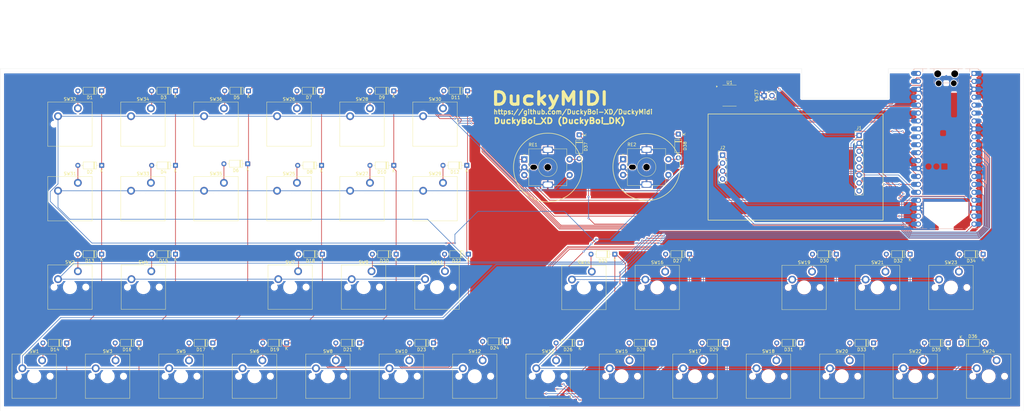
<source format=kicad_pcb>
(kicad_pcb (version 20241229) (generator "pcbnew") (generator_version "9.0")
  (layers (0 "F.Cu" signal) (2 "B.Cu" signal) (13 "F.Paste" user) (15 "B.Paste" user) (5 "F.SilkS" user "F.Silkscreen") (7 "B.SilkS" user "B.Silkscreen") (1 "F.Mask" user) (3 "B.Mask" user) (25 "Edge.Cuts" user))
  (net 0 "")
  (net 1 "CS_LCD")
  (net 2 "1B")
  (net 3 "ROW5")
  (net 4 "BCK")
  (net 5 "COL2")
  (net 6 "MISO")
  (net 7 "GND")
  (net 8 "1S1")
  (net 9 "SCK")
  (net 10 "2S1")
  (net 11 "1A")
  (net 12 "MOSI")
  (net 14 "2A")
  (net 15 "DIN")
  (net 16 "Net-(A1-RUN)")
  (net 17 "ROW4")
  (net 19 "A0")
  (net 20 "LRCK")
  (net 21 "ROW2")
  (net 22 "CS_SD")
  (net 23 "COL0")
  (net 24 "+3V3")
  (net 25 "2B")
  (net 26 "COL6")
  (net 30 "COL4")
  (net 31 "COL3")
  (net 33 "ROW3")
  (net 34 "COL1")
  (net 35 "COL5")
  (net 40 "Net-(D1-A)")
  (net 41 "Net-(D2-A)")
  (net 42 "Net-(D3-A)")
  (net 43 "Net-(D4-A)")
  (net 44 "Net-(D5-A)")
  (net 45 "Net-(D6-A)")
  (net 46 "Net-(D7-A)")
  (net 47 "Net-(D8-A)")
  (net 48 "Net-(D9-A)")
  (net 49 "Net-(D10-A)")
  (net 50 "Net-(D11-A)")
  (net 51 "Net-(D12-A)")
  (net 52 "Net-(D13-A)")
  (net 53 "Net-(D14-A)")
  (net 54 "Net-(D15-A)")
  (net 55 "Net-(D16-A)")
  (net 56 "Net-(D17-A)")
  (net 57 "Net-(D18-A)")
  (net 58 "Net-(D19-A)")
  (net 59 "Net-(D20-A)")
  (net 60 "Net-(D21-A)")
  (net 61 "Net-(D22-A)")
  (net 62 "Net-(D23-A)")
  (net 63 "Net-(D24-A)")
  (net 64 "Net-(D25-A)")
  (net 65 "Net-(D26-A)")
  (net 66 "Net-(D27-A)")
  (net 67 "Net-(D28-A)")
  (net 68 "Net-(D29-A)")
  (net 69 "Net-(D30-A)")
  (net 70 "Net-(D31-A)")
  (net 71 "Net-(D32-A)")
  (net 72 "Net-(D33-A)")
  (net 73 "Net-(D34-A)")
  (net 74 "Net-(D35-A)")
  (net 75 "Net-(D36-A)")
  (net 76 "1S2")
  (net 77 "2S2")
  (net 78 "RST")
  (footprint "ScottoKeebs_MX:MX_PCB_1.00u" (layer "F.Cu") (at 34.544 -138.176)
    (property "Reference" "SW34")
    (property "Value" "SW_Push_45deg")
  )
  (footprint "ScottoKeebs_MX:MX_PCB_1.00u" (layer "F.Cu") (at 128.016 -138.176)
    (property "Reference" "SW30")
    (property "Value" "SW_Push_45deg")
  )
  (footprint "Diode_THT:D_DO-35_SOD27_P7.62mm_Horizontal" (layer "F.Cu") (at 174.371 -68.072 180)
    (property "Reference" "D26")
    (property "Value" "1N4148")
  )
  (footprint "ScottoKeebs_MX:MX_PCB_1.00u" (layer "F.Cu") (at 117.221 -57.404)
    (property "Reference" "SW10")
    (property "Value" "SW_Push_45deg")
  )
  (footprint "ScottoKeebs_MX:MX_PCB_1.00u" (layer "F.Cu") (at 81.661 -85.964)
    (property "Reference" "SW7")
    (property "Value" "SW_Push_45deg")
  )
  (footprint "ScottoKeebs_MX:MX_PCB_1.00u" (layer "F.Cu") (at 128.651 -85.964)
    (property "Reference" "SW11")
    (property "Value" "SW_Push_45deg")
  )
  (footprint "Diode_THT:D_DO-35_SOD27_P7.62mm_Horizontal" (layer "F.Cu") (at 280.035 -96.52 180)
    (property "Reference" "D32")
    (property "Value" "1N4148")
  )
  (footprint "Connector_PinHeader_2.54mm:PinHeader_1x04_P2.54mm_Vertical" (layer "F.Cu") (at 220.024 -128.23)
    (property "Reference" "J2")
    (property "Value" "SD Card")
  )
  (footprint "Diode_THT:D_DO-35_SOD27_P7.62mm_Horizontal" (layer "F.Cu") (at 68.326 -148.844 180)
    (property "Reference" "D5")
    (property "Value" "1N4148")
  )
  (footprint "ScottoKeebs_MX:MX_PCB_1.00u" (layer "F.Cu") (at 34.671 -85.964)
    (property "Reference" "SW4")
    (property "Value" "SW_Push_45deg")
  )
  (footprint "Diode_THT:D_DO-35_SOD27_P7.62mm_Horizontal" (layer "F.Cu") (at 244.983 -68.072 180)
    (property "Reference" "D31")
    (property "Value" "1N4148")
  )
  (footprint "Diode_THT:D_DO-35_SOD27_P7.62mm_Horizontal" (layer "F.Cu") (at 44.958 -96.52 180)
    (property "Reference" "D15")
    (property "Value" "1N4148")
  )
  (footprint "ScottoKeebs_MX:MX_PCB_1.00u" (layer "F.Cu") (at 211.201 -57.404)
    (property "Reference" "SW17")
    (property "Value" "SW_Push_45deg")
  )
  (footprint "ScottoKeebs_MX:MX_PCB_1.00u" (layer "F.Cu") (at 293.111 -85.852)
    (property "Reference" "SW23")
    (property "Value" "SW_Push_45deg")
  )
  (footprint "ScottoKeebs_MX:MX_PCB_1.00u" (layer "F.Cu") (at 81.28 -114.3)
    (property "Reference" "SW25")
    (property "Value" "SW_Push_45deg")
  )
  (footprint "ScottoKeebs_MX:MX_PCB_1.00u" (layer "F.Cu") (at 93.726 -57.404)
    (property "Reference" "SW8")
    (property "Value" "SW_Push_45deg")
  )
  (footprint "Diode_THT:D_DO-35_SOD27_P7.62mm_Horizontal" (layer "F.Cu") (at 103.886 -68.072 180)
    (property "Reference" "D21")
    (property "Value" "1N4148")
  )
  (footprint "Diode_THT:D_DO-35_SOD27_P7.62mm_Horizontal" (layer "F.Cu") (at 33.274 -68.072 180)
    (property "Reference" "D16")
    (property "Value" "1N4148")
  )
  (footprint "ScottoKeebs_MX:MX_PCB_1.00u" (layer "F.Cu") (at 23.241 -57.404)
    (property "Reference" "SW3")
    (property "Value" "SW_Push_45deg")
  )
  (footprint "Diode_THT:D_DO-35_SOD27_P7.62mm_Horizontal" (layer "F.Cu") (at 303.403 -96.52 180)
    (property "Reference" "D34")
    (property "Value" "1N4148")
  )
  (footprint "Diode_THT:D_DO-35_SOD27_P7.62mm_Horizontal" (layer "F.Cu") (at 21.336 -148.844 180)
    (property "Reference" "D1")
    (property "Value" "1N4148")
  )
  (footprint "Diode_THT:D_DO-35_SOD27_P7.62mm_Horizontal" (layer "F.Cu") (at 209.423 -96.52 180)
    (property "Reference" "D27")
    (property "Value" "1N4148")
  )
  (footprint "ScottoKeebs_MX:MX_PCB_1.00u" (layer "F.Cu") (at 34.544 -114.3)
    (property "Reference" "SW33")
    (property "Value" "SW_Push_45deg")
  )
  (footprint "Diode_THT:D_DO-35_SOD27_P7.62mm_Horizontal" (layer "F.Cu") (at 138.43 -148.844 180)
    (property "Reference" "D11")
    (property "Value" "1N4148")
  )
  (footprint "ScottoKeebs_MX:MX_PCB_1.00u" (layer "F.Cu") (at 11.176 -85.964)
    (property "Reference" "SW2")
    (property "Value" "SW_Push_45deg")
  )
  (footprint "ScottoKeebs_MX:MX_PCB_1.00u" (layer "F.Cu") (at 81.28 -138.176)
    (property "Reference" "SW26")
    (property "Value" "SW_Push_45deg")
  )
  (footprint "Package_SO:TSSOP-20_4.4x6.5mm_P0.65mm" (layer "F.Cu") (at 222.25 -147.32)
    (property "Reference" "U1")
    (property "Value" "PCM5100")
  )
  (footprint "Diode_THT:D_DO-35_SOD27_P7.62mm_Horizontal" (layer "F.Cu") (at 91.694 -124.968 180)
    (property "Reference" "D8")
    (property "Value" "1N4148")
  )
  (footprint "Diode_THT:D_DO-35_SOD27_P7.62mm_Horizontal" (layer "F.Cu") (at 138.684 -96.52 180)
    (property "Reference" "D22")
    (property "Value" "1N4148")
  )
  (footprint "ScottoKeebs_MX:MX_PCB_1.00u" (layer "F.Cu") (at 164.211 -57.404)
    (property "Reference" "SW13")
    (property "Value" "SW_Push_45deg")
  )
  (footprint "Diode_THT:D_DO-35_SOD27_P7.62mm_Horizontal" (layer "F.Cu") (at 221.107 -68.072 180)
    (property "Reference" "D29")
    (property "Value" "1N4148")
  )
  (footprint "Diode_THT:D_DO-35_SOD27_P7.62mm_Horizontal" (layer "F.Cu") (at 268.351 -68.072 180)
    (property "Reference" "D33")
    (property "Value" "1N4148")
  )
  (footprint "Connector_PinHeader_2.54mm:PinHeader_1x02_P2.54mm_Vertical" (layer "F.Cu") (at 233.294 -147.32 90)
    (property "Reference" "SW37")
    (property "Value" "SW_SPST")
  )
  (footprint "Diode_THT:D_DO-35_SOD27_P7.62mm_Horizontal" (layer "F.Cu") (at 21.336 -124.968 180)
    (property "Reference" "D2")
    (property "Value" "1N4148")
  )
  (footprint "Diode_THT:D_DO-35_SOD27_P7.62mm_Horizontal" (layer "F.Cu") (at 91.44 -148.844 180)
    (property "Reference" "D7")
    (property "Value" "1N4148")
  )
  (footprint "ScottoKeebs_MX:MX_PCB_1.00u" (layer "F.Cu") (at 128.016 -114.3)
    (property "Reference" "SW29")
    (property "Value" "SW_Push_45deg")
  )
  (footprint "Connector_PinHeader_2.54mm:PinHeader_1x08_P2.54mm_Vertical" (layer "F.Cu") (at 263.712 -134.58)
    (property "Reference" "J1")
    (property "Value" "ST7735R")
  )
  (footprint "ScottoKeebs_MX:MX_PCB_1.00u" (layer "F.Cu") (at 305.181 -57.404)
    (property "Reference" "SW24")
    (property "Value" "SW_Push_45deg")
  )
  (footprint "ScottoKeebs_MX:MX_PCB_1.00u" (layer "F.Cu") (at 104.648 -138.176)
    (property "Reference" "SW28")
    (property "Value" "SW_Push_45deg")
  )
  (footprint "Diode_THT:D_DO-35_SOD27_P7.62mm_Horizontal" (layer "F.Cu") (at 296.291 -68.072)
    (property "Reference" "D36")
    (property "Value" "1N4148")
  )
  (footprint "Diode_THT:D_DO-35_SOD27_P7.62mm_Horizontal" (layer "F.Cu") (at 44.958 -148.844 180)
    (property "Reference" "D3")
    (property "Value" "1N4148")
  )
  (footprint "ScottoKeebs_MX:MX_PCB_1.00u" (layer "F.Cu") (at 11.176 -138.176)
    (property "Reference" "SW32")
    (property "Value" "SW_Push_45deg")
  )
  (footprint "Diode_THT:D_DO-35_SOD27_P7.62mm_Horizontal" (layer "F.Cu") (at 138.176 -124.968 180)
    (property "Reference" "D12")
    (property "Value" "1N4148")
  )
  (footprint "Diode_THT:D_DO-35_SOD27_P7.62mm_Horizontal" (layer "F.Cu") (at 174.132 -134.742 -90)
    (property "Reference" "D37")
    (property "Value" "1N4148")
  )
  (footprint "ScottoKeebs_MX:MX_PCB_1.00u" (layer "F.Cu") (at 258.191 -57.404)
    (property "Reference" "SW20")
    (property "Value" "SW_Push_45deg")
  )
  (footprint "Diode_THT:D_DO-35_SOD27_P7.62mm_Horizontal" (layer "F.Cu") (at 150.876 -68.58 180)
    (property "Reference" "D24")
    (property "Value" "1N4148")
  )
  (footprint "ScottoKeebs_MX:MX_PCB_1.00u" (layer "F.Cu") (at 105.156 -85.964)
    (property "Reference" "SW9")
    (property "Value" "SW_Push_45deg")
  )
  (footprint "Diode_THT:D_DO-35_SOD27_P7.62mm_Horizontal" (layer "F.Cu") (at 127.508 -68.072 180)
    (property "Reference" "D23")
    (property "Value" "1N4148")
  )
  (footprint "Diode_THT:D_DO-35_SOD27_P7.62mm_Horizontal" (layer "F.Cu") (at 256.413 -96.52 180)
    (property "Reference" "D30")
    (property "Value" "1N4148")
  )
  (footprint "ScottoKeebs_MX:MX_PCB_1.00u" (layer "F.Cu") (at 70.231 -57.404)
    (property "Reference" "SW6")
    (property "Value" "SW_Push_45deg")
  )
  (footprint "ScottoKeebs_MX:MX_PCB_1.00u" (layer "F.Cu") (at 281.686 -57.404)
    (property "Reference" "SW22")
    (property "Value" "SW_Push_45deg")
  )
  (footprint "Diode_THT:D_DO-35_SOD27_P7.62mm_Horizontal" (layer "F.Cu") (at 10.16 -68.072 180)
    (property "Reference" "D14")
    (property "Value" "1N4148")
  )
  (footprint "Diode_THT:D_DO-35_SOD27_P7.62mm_Horizontal" (layer "F.Cu") (at 205.86 -134.996 -90)
    (property "Reference" "D38")
    (property "Value" "1N4148")
  )
  (footprint "ScottoKeebs_MX:MX_PCB_1.00u" (layer "F.Cu") (at 11.176 -114.3)
    (property "Reference" "SW31")
    (property "Value" "SW_Push_45deg")
  )
  (footprint "ScottoKeebs_MX:MX_PCB_1.00u" (layer "F.Cu") (at 57.912 -138.176)
    (property "Reference" "SW36")
    (property "Value" "SW_Push_45deg")
  )
  (footprint "Diode_THT:D_DO-35_SOD27_P7.62mm_Horizontal" (layer "F.Cu") (at 21.336 -96.52 180)
    (property "Reference" "D13")
    (property "Value" "1N4148")
  )
  (footprint "ScottoKeebs_MX:MX_PCB_1.00u" (layer "F.Cu") (at 46.736 -57.404)
    (property "Reference" "SW5")
    (property "Value" "SW_Push_45deg")
  )
  (footprint "Diode_THT:D_DO-35_SOD27_P7.62mm_Horizontal" (layer "F.Cu") (at 292.227 -68.072 180)
    (property "Reference" "D35")
    (property "Value" "1N4148")
  )
  (footprint "ScottoKeebs_MX:MX_PCB_1.00u" (layer "F.Cu") (at 234.696 -57.404)
    (property "Reference" "SW18")
    (property "Value" "SW_Push_45deg")
  )
  (footprint "Diode_THT:D_DO-35_SOD27_P7.62mm_Horizontal" (layer "F.Cu") (at 44.958 -124.968 180)
    (property "Reference" "D4")
    (property "Value" "1N4148")
  )
  (footprint "Diode_THT:D_DO-35_SOD27_P7.62mm_Horizontal" (layer "F.Cu") (at 185.547 -96.52 180)
    (property "Reference" "D25")
    (property "Value" "1N4148")
  )
  (footprint "Diode_THT:D_DO-35_SOD27_P7.62mm_Horizontal" (layer "F.Cu") (at 91.948 -96.52 180)
    (property "Reference" "D18")
    (property "Value" "1N4148")
  )
  (footprint "ScottoKeebs_MX:MX_PCB_1.00u" (layer "F.Cu") (at 104.648 -114.3)
    (property "Reference" "SW27")
    (property "Value" "SW_Push_45deg")
  )
  (footprint "Rotary_Encoder:RotaryEncoder_Alps_EC11E-Switch_Vertical_H20mm_MountingHoles" (layer "F.Cu") (at 156.584 -126.868)
    (property "Reference" "RE1")
    (property "Value" "RotaryEncoder_Switch_MP")
  )
  (footprint "Diode_THT:D_DO-35_SOD27_P7.62mm_Horizontal" (layer "F.Cu") (at 56.896 -68.072 180)
    (property "Reference" "D17")
    (property "Value" "1N4148")
  )
  (footprint "Diode_THT:D_DO-35_SOD27_P7.62mm_Horizontal" (layer "F.Cu") (at 115.57 -96.52 180)
    (property "Reference" "D20")
    (property "Value" "1N4148")
  )
  (footprint "ScottoKeebs_MX:MX_PCB_1.00u" (layer "F.Cu") (at 187.706 -57.404)
    (property "Reference" "SW15")
    (property "Value" "SW_Push_45deg")
  )
  (footprint "ScottoKeebs_MX:MX_PCB_1.00u" (layer "F.Cu") (at 140.716 -57.404)
    (property "Reference" "SW12")
    (property "Value" "SW_Push_45deg")
  )
  (footprint "ScottoKeebs_MX:MX_PCB_1.00u" (layer "F.Cu") (at 175.636 -85.852)
    (property "Reference" "SW14")
    (property "Value" "SW_Push_45deg")
  )
  (footprint "Diode_THT:D_DO-35_SOD27_P7.62mm_Horizontal" (layer "F.Cu") (at 197.739 -68.072 180)
    (property "Reference" "D28")
    (property "Value" "1N4148")
  )
  (footprint "ScottoKeebs_MX:MX_PCB_1.00u" (layer "F.Cu") (at 57.912 -114.3)
    (property "Reference" "SW35")
    (property "Value" "SW_Push_45deg")
  )
  (footprint "ScottoKeebs_MX:MX_PCB_1.00u" (layer "F.Cu") (at -0.254 -57.404)
    (property "Reference" "SW1")
    (property "Value" "SW_Push_45deg")
  )
  (footprint "Rotary_Encoder:RotaryEncoder_Alps_EC11E-Switch_Vertical_H20mm_MountingHoles" (layer "F.Cu") (at 188.192 -126.92)
    (property "Reference" "RE2")
    (property "Value" "RotaryEncoder_Switch_MP")
  )
  (footprint "Diode_THT:D_DO-35_SOD27_P7.62mm_Horizontal" (layer "F.Cu") (at 80.518 -68.072 180)
    (property "Reference" "D19")
    (property "Value" "1N4148")
  )
  (footprint "ScottoKeebs_MX:MX_PCB_1.00u" (layer "F.Cu") (at 199.131 -85.852)
    (property "Reference" "SW16")
    (property "Value" "SW_Push_45deg")
  )
  (footprint "Diode_THT:D_DO-35_SOD27_P7.62mm_Horizontal" (layer "F.Cu") (at 114.808 -124.968 180)
    (property "Reference" "D10")
    (property "Value" "1N4148")
  )
  (footprint "Diode_THT:D_DO-35_SOD27_P7.62mm_Horizontal" (layer "F.Cu") (at 114.808 -148.844 180)
    (property "Reference" "D9")
    (property "Value" "1N4148")
  )
  (footprint "ScottoKeebs_MX:MX_PCB_1.00u" (layer "F.Cu") (at 246.121 -85.852)
    (property "Reference" "SW19")
    (property "Value" "SW_Push_45deg")
  )
  (footprint "Diode_THT:D_DO-35_SOD27_P7.62mm_Horizontal" (layer "F.Cu") (at 68.072 -125.476 180)
    (property "Reference" "D6")
    (property "Value" "1N4148")
  )
  (footprint "ScottoKeebs_MX:MX_PCB_1.00u" (layer "F.Cu") (at 269.616 -85.852)
    (property "Reference" "SW21")
    (property "Value" "SW_Push_45deg")
  )
  (footprint "Module:RaspberryPi_Pico_Common_Unspecified" (layer "B.Cu") (at 291.592 -130.302 180)
    (property "Reference" "A1")
    (property "Value" "Orpheus_Pico")
  )
  (gr_rect (start 215.392 -141.42) (end 271.392 -107.42) (stroke (width 0.2)) (fill no) (layer "F.SilkS"))
  (gr_circle (center 164.12188 -124.284) (end 175.12188 -124.284) (stroke (width 0.2)) (fill no) (layer "F.SilkS"))
  (gr_circle (center 195.692 -124.42) (end 206.43388 -124.792) (stroke (width 0.2)) (fill no) (layer "F.SilkS"))
  (gr_poly (pts (xy 316.484 -155.956) (xy 273.05 -155.956) (xy 273.05 -146.431) (xy 245.364 -146.431) (xy 245.364 -155.956) (xy -11.176 -155.956) (xy -11.176 -46.228) (xy 316.484 -46.228)) (stroke (width 0.05)) (fill no) (layer "Edge.Cuts"))
  (gr_text "DuckyMIDI" (at 145.542 -144.018 0) (layer "F.SilkS") (effects (font (size 4 5) (thickness 1) (bold yes)) (justify left bottom)))
  (gr_text "https://github.com/DuckyBoi-XD/DuckyMidi" (at 146.558 -141.224 0) (layer "F.SilkS") (effects (font (size 1.5 1.5) (thickness 0.3) (bold yes)) (justify left bottom)))
  (gr_text "DuckyBoi_XD (DuckyBoi_DK)" (at 146.558 -138.176 0) (layer "F.SilkS") (effects (font (size 1.8 2) (thickness 0.45) (bold yes)) (justify left bottom)))
  (segment (start 263.712 -129.5) (end 264.2 -129.5) (width 0.2) (layer "F.Cu") (net 1))
  (segment (start 277.368 -106.934) (end 280.67 -103.632) (width 0.2) (layer "F.Cu") (net 1))
  (segment (start 276.533185 -114.481185) (end 277.368 -113.64637) (width 0.2) (layer "F.Cu") (net 1))
  (segment (start 264.2 -129.5) (end 277.876 -115.824) (width 0.2) (layer "F.Cu") (net 1))
  (segment (start 280.67 -103.632) (end 297.942 -103.632) (width 0.2) (layer "F.Cu") (net 1))
  (segment (start 297.942 -103.632) (end 300.482 -106.172) (width 0.2) (layer "F.Cu") (net 1))
  (segment (start 277.368 -113.64637) (end 277.368 -106.934) (width 0.2) (layer "F.Cu") (net 1))
  (via (at 277.876 -115.824) (size 0.6) (drill 0.3) (layers "F.Cu" "B.Cu") (net 1))
  (via (at 276.533185 -114.481185) (size 0.6) (drill 0.3) (layers "F.Cu" "B.Cu") (net 1))
  (segment (start 276.533185 -114.481185) (end 277.876 -115.824) (width 0.2) (layer "B.Cu") (net 1))
  (segment (start 282.702 -118.872) (end 276.606 -118.872) (width 0.2) (layer "F.Cu") (net 2))
  (segment (start 156.584 -121.868) (end 164.66 -113.792) (width 0.2) (layer "F.Cu") (net 2))
  (segment (start 266.7 -113.792) (end 271.78 -118.872) (width 0.2) (layer "F.Cu") (net 2))
  (segment (start 164.66 -113.792) (end 266.7 -113.792) (width 0.2) (layer "F.Cu") (net 2))
  (via (at 271.78 -118.872) (size 0.6) (drill 0.3) (layers "F.Cu" "B.Cu") (net 2))
  (via (at 276.606 -118.872) (size 0.6) (drill 0.3) (layers "F.Cu" "B.Cu") (net 2))
  (segment (start 276.606 -118.872) (end 271.78 -118.872) (width 0.2) (layer "B.Cu") (net 2))
  (segment (start 187.198 -90.678) (end 187.198 -86.868) (width 0.2) (layer "F.Cu") (net 3))
  (via (at 187.198 -86.868) (size 0.6) (drill 0.3) (layers "F.Cu" "B.Cu") (net 3))
  (via (at 187.198 -90.678) (size 0.6) (drill 0.3) (layers "F.Cu" "B.Cu") (net 3))
  (segment (start 187.198 -86.868) (end 160.274 -59.944) (width 0.2) (layer "B.Cu") (net 3))
  (segment (start 301.752 -59.944) (end 183.896 -59.944) (width 0.2) (layer "B.Cu") (net 3))
  (segment (start 302.514 -116.332) (end 301.282 -116.332) (width 0.2) (layer "B.Cu") (net 3))
  (segment (start 183.896 -59.944) (end 160.401 -59.944) (width 0.2) (layer "B.Cu") (net 3))
  (segment (start 187.198 -90.678) (end 200.152 -103.632) (width 0.2) (layer "B.Cu") (net 3))
  (segment (start 184.277 -59.944) (end 184.785 -60.452) (width 0.2) (layer "B.Cu") (net 3))
  (segment (start 303.53 -115.316) (end 302.514 -116.332) (width 0.2) (layer "B.Cu") (net 3))
  (segment (start 303.53 -105.156) (end 303.53 -115.316) (width 0.2) (layer "B.Cu") (net 3))
  (segment (start 200.152 -103.632) (end 302.006 -103.632) (width 0.2) (layer "B.Cu") (net 3))
  (segment (start 302.006 -103.632) (end 303.53 -105.156) (width 0.2) (layer "B.Cu") (net 3))
  (segment (start 280.416 -131.572) (end 273.197 -138.791) (width 0.2) (layer "F.Cu") (net 4))
  (segment (start 238.018 -138.791) (end 231.114 -145.695) (width 0.2) (layer "F.Cu") (net 4))
  (segment (start 273.197 -138.791) (end 238.018 -138.791) (width 0.2) (layer "F.Cu") (net 4))
  (segment (start 282.702 -131.572) (end 280.416 -131.572) (width 0.2) (layer "F.Cu") (net 4))
  (segment (start 231.114 -145.695) (end 225.1125 -145.695) (width 0.2) (layer "F.Cu") (net 4))
  (segment (start 99.171375 -59.996275) (end 105.82765 -53.34) (width 0.2) (layer "F.Cu") (net 5))
  (segment (start 279.8395 -101.627) (end 301.9563 -101.627) (width 0.2) (layer "F.Cu") (net 5))
  (segment (start 119.38 -151.277) (end 70.759 -151.277) (width 0.2) (layer "F.Cu") (net 5))
  (segment (start 129.54 -141.117) (end 119.38 -151.277) (width 0.2) (layer "F.Cu") (net 5))
  (segment (start 143.069 -135.7048) (end 143.069 -129.2957) (width 0.2) (layer "F.Cu") (net 5))
  (segment (start 77.53084 -69.173) (end 79.73284 -66.971) (width 0.2) (layer "F.Cu") (net 5))
  (segment (start 301.752 -146.812) (end 300.482 -146.812) (width 0.2) (layer "F.Cu") (net 5))
  (segment (start 57.997 -69.173) (end 77.53084 -69.173) (width 0.2) (layer "F.Cu") (net 5))
  (segment (start 305.388 -105.0587) (end 305.388 -143.176) (width 0.2) (layer "F.Cu") (net 5))
  (segment (start 79.73284 -66.971) (end 86.8939 -66.971) (width 0.2) (layer "F.Cu") (net 5))
  (segment (start 136.398 -139.158064) (end 136.398 -139.7) (width 0.2) (layer "F.Cu") (net 5))
  (segment (start 56.896 -68.072) (end 57.997 -69.173) (width 0.2) (layer "F.Cu") (net 5))
  (segment (start 215.9 -50.8) (end 221.488 -56.388) (width 0.2) (layer "F.Cu") (net 5))
  (segment (start 68.072 -125.476) (end 68.072 -79.248) (width 0.2) (layer "F.Cu") (net 5))
  (segment (start 221.488 -56.388) (end 221.488 -68.072) (width 0.2) (layer "F.Cu") (net 5))
  (segment (start 140.3438 -138.43) (end 143.069 -135.7048) (width 0.2) (layer "F.Cu") (net 5))
  (segment (start 301.9563 -101.627) (end 305.388 -105.0587) (width 0.2) (layer "F.Cu") (net 5))
  (segment (start 172.212 -50.8) (end 215.9 -50.8) (width 0.2) (layer "F.Cu") (net 5))
  (segment (start 70.759 -151.277) (end 68.326 -148.844) (width 0.2) (layer "F.Cu") (net 5))
  (segment (start 68.072 -79.248) (end 56.896 -68.072) (width 0.2) (layer "F.Cu") (net 5))
  (segment (start 136.398 -139.7) (end 134.981 -141.117) (width 0.2) (layer "F.Cu") (net 5))
  (segment (start 139.7 -138.43) (end 140.3438 -138.43) (width 0.2) (layer "F.Cu") (net 5))
  (segment (start 93.868625 -59.996275) (end 99.171375 -59.996275) (width 0.2) (layer "F.Cu") (net 5))
  (segment (start 143.069 -129.2957) (end 167.7967 -104.568) (width 0.2) (layer "F.Cu") (net 5))
  (segment (start 134.981 -141.117) (end 129.54 -141.117) (width 0.2) (layer "F.Cu") (net 5))
  (segment (start 167.7967 -104.568) (end 276.8985 -104.568) (width 0.2) (layer "F.Cu") (net 5))
  (segment (start 135.696233 -138.456297) (end 136.398 -139.158064) (width 0.2) (layer "F.Cu") (net 5))
  (segment (start 105.82765 -53.34) (end 167.132 -53.34) (width 0.2) (layer "F.Cu") (net 5))
  (segment (start 68.326 -148.844) (end 68.326 -125.73) (width 0.2) (layer "F.Cu") (net 5))
  (segment (start 68.326 -125.73) (end 68.072 -125.476) (width 0.2) (layer "F.Cu") (net 5))
  (segment (start 305.388 -143.176) (end 301.752 -146.812) (width 0.2) (layer "F.Cu") (net 5))
  (segment (start 276.8985 -104.568) (end 279.8395 -101.627) (width 0.2) (layer "F.Cu") (net 5))
  (segment (start 86.8939 -66.971) (end 93.868625 -59.996275) (width 0.2) (layer "F.Cu") (net 5))
  (via (at 135.696233 -138.456297) (size 0.6) (drill 0.3) (layers "F.Cu" "B.Cu") (net 5))
  (via (at 167.132 -53.34) (size 0.6) (drill 0.3) (layers "F.Cu" "B.Cu") (net 5))
  (via (at 139.7 -138.43) (size 0.6) (drill 0.3) (layers "F.Cu" "B.Cu") (net 5))
  (via (at 172.212 -50.8) (size 0.6) (drill 0.3) (layers "F.Cu" "B.Cu") (net 5))
  (segment (start 167.132 -53.34) (end 169.672 -53.34) (width 0.2) (layer "B.Cu") (net 5))
  (segment (start 139.673703 -138.456297) (end 139.7 -138.43) (width 0.2) (layer "B.Cu") (net 5))
  (segment (start 169.672 -53.34) (end 172.212 -50.8) (width 0.2) (layer "B.Cu") (net 5))
  (segment (start 135.696233 -138.456297) (end 139.673703 -138.456297) (width 0.2) (layer "B.Cu") (net 5))
  (segment (start 220.024 -125.69) (end 217.678 -123.344) (width 0.2) (layer "B.Cu") (net 6))
  (segment (start 217.678 -123.344) (end 217.678 -118.618) (width 0.2) (layer "B.Cu") (net 6))
  (segment (start 217.678 -118.618) (end 230.124 -106.172) (width 0.2) (layer "B.Cu") (net 6))
  (segment (start 230.124 -106.172) (end 281.902 -106.172) (width 0.2) (layer "B.Cu") (net 6))
  (segment (start 233.294 -147.32) (end 231.019 -149.595) (width 0.2) (layer "F.Cu") (net 7))
  (segment (start 220.426 -145.12813) (end 220.34287 -145.045) (width 0.2) (layer "F.Cu") (net 7))
  (segment (start 220.426 -148.643999) (end 220.426 -145.12813) (width 0.2) (layer "F.Cu") (net 7))
  (segment (start 220.124999 -148.945) (end 220.426 -148.643999) (width 0.2) (layer "F.Cu") (net 7))
  (segment (start 220.69487 -149.595) (end 220.04487 -148.945) (width 0.2) (layer "F.Cu") (net 7))
  (segment (start 220.04487 -148.945) (end 219.3875 -148.945) (width 0.2) (layer "F.Cu") (net 7))
  (segment (start 219.3875 -148.945) (end 220.124999 -148.945) (width 0.2) (layer "F.Cu") (net 7))
  (segment (start 225.1125 -149.595) (end 220.69487 -149.595) (width 0.2) (layer "F.Cu") (net 7))
  (segment (start 231.019 -149.595) (end 225.1125 -149.595) (width 0.2) (layer "F.Cu") (net 7))
  (segment (start 220.34287 -145.045) (end 219.3875 -145.045) (width 0.2) (layer "F.Cu") (net 7))
  (via (at 155.194 -123.19) (size 0.6) (drill 0.3) (layers "F.Cu" "B.Cu") (net 7))
  (segment (start 195.974 -130.302) (end 195.692 -130.02) (width 0.2) (layer "B.Cu") (net 7))
  (segment (start 131.572 -100.076) (end 134.366 -100.076) (width 0.2) (layer "F.Cu") (net 8))
  (segment (start 192.532 -100.076) (end 199.39 -100.076) (width 0.2) (layer "F.Cu") (net 8))
  (via (at 199.39 -100.076) (size 0.6) (drill 0.3) (layers "F.Cu" "B.Cu") (net 8))
  (via (at 192.532 -100.076) (size 0.6) (drill 0.3) (layers "F.Cu" "B.Cu") (net 8))
  (via (at 131.572 -100.076) (size 0.6) (drill 0.3) (layers "F.Cu" "B.Cu") (net 8))
  (via (at 134.366 -100.076) (size 0.6) (drill 0.3) (layers "F.Cu" "B.Cu") (net 8))
  (segment (start 302.8365 -101.627) (end 202.417143 -101.627) (width 0.2) (layer "B.Cu") (net 8))
  (segment (start 200.866143 -100.076) (end 199.39 -100.076) (width 0.2) (layer "B.Cu") (net 8))
  (segment (start 134.366 -102.87) (end 141.732 -110.236) (width 0.2) (layer "B.Cu") (net 8))
  (segment (start 305.535 -104.3255) (end 302.8365 -101.627) (width 0.2) (layer "B.Cu") (net 8))
  (segment (start 179.578 -100.076) (end 192.532 -100.076) (width 0.2) (layer "B.Cu") (net 8))
  (segment (start 54.102 -140.716) (end 77.47 -140.716) (width 0.2) (layer "B.Cu") (net 8))
  (segment (start 171.084 -121.868) (end 166.564 -117.348) (width 0.2) (layer "B.Cu") (net 8))
  (segment (start 4.87 -116.537446) (end 4.87 -113.4349) (width 0.2) (layer "B.Cu") (net 8))
  (segment (start 202.417143 -101.627) (end 200.866143 -100.076) (width 0.2) (layer "B.Cu") (net 8))
  (segment (start 100.838 -140.716) (end 124.206 -140.716) (width 0.2) (layer "B.Cu") (net 8))
  (segment (start 30.734 -140.716) (end 54.102 -140.716) (width 0.2) (layer "B.Cu") (net 8))
  (segment (start 169.418 -110.236) (end 179.578 -100.076) (width 0.2) (layer "B.Cu") (net 8))
  (segment (start 132.588 -140.716) (end 124.206 -140.716) (width 0.2) (layer "B.Cu") (net 8))
  (segment (start 77.47 -140.716) (end 100.838 -140.716) (width 0.2) (layer "B.Cu") (net 8))
  (segment (start 166.564 -117.348) (end 155.956 -117.348) (width 0.2) (layer "B.Cu") (net 8))
  (segment (start 7.366 -140.716) (end 7.366 -119.033446) (width 0.2) (layer "B.Cu") (net 8))
  (segment (start 7.366 -119.033446) (end 4.87 -116.537446) (width 0.2) (layer "B.Cu") (net 8))
  (segment (start 134.366 -100.076) (end 134.366 -102.87) (width 0.2) (layer "B.Cu") (net 8))
  (segment (start 155.956 -117.348) (end 132.588 -140.716) (width 0.2) (layer "B.Cu") (net 8))
  (segment (start 141.732 -110.236) (end 169.418 -110.236) (width 0.2) (layer "B.Cu") (net 8))
  (segment (start 4.87 -113.4349) (end 18.2289 -100.076) (width 0.2) (layer "B.Cu") (net 8))
  (segment (start 7.366 -140.716) (end 30.734 -140.716) (width 0.2) (layer "B.Cu") (net 8))
  (segment (start 305.535 -127.319) (end 305.535 -104.3255) (width 0.2) (layer "B.Cu") (net 8))
  (segment (start 18.2289 -100.076) (end 131.572 -100.076) (width 0.2) (layer "B.Cu") (net 8))
  (segment (start 301.282 -131.572) (end 305.535 -127.319) (width 0.2) (layer "B.Cu") (net 8))
  (segment (start 225.223 -123.031) (end 264.573 -123.031) (width 0.2) (layer "F.Cu") (net 9))
  (segment (start 220.024 -128.23) (end 225.223 -123.031) (width 0.2) (layer "F.Cu") (net 9))
  (segment (start 263.712 -119.34) (end 264.562 -120.19) (width 0.2) (layer "F.Cu") (net 9))
  (segment (start 264.573 -123.031) (end 265.43 -122.174) (width 0.2) (layer "F.Cu") (net 9))
  (segment (start 264.374 -119.34) (end 263.712 -119.34) (width 0.2) (layer "F.Cu") (net 9))
  (segment (start 265.43 -122.174) (end 265.43 -120.396) (width 0.2) (layer "F.Cu") (net 9))
  (segment (start 271.6729 -120.19) (end 278.0709 -113.792) (width 0.2) (layer "F.Cu") (net 9))
  (segment (start 278.0709 -113.792) (end 282.702 -113.792) (width 0.2) (layer "F.Cu") (net 9))
  (segment (start 264.562 -120.19) (end 271.6729 -120.19) (width 0.2) (layer "F.Cu") (net 9))
  (segment (start 265.43 -120.396) (end 264.374 -119.34) (width 0.2) (layer "F.Cu") (net 9))
  (segment (start 194.266735 -100.881265) (end 194.31 -100.838) (width 0.2) (layer "F.Cu") (net 10))
  (segment (start 194.31 -100.838) (end 200.152 -100.838) (width 0.2) (layer "F.Cu") (net 10))
  (via (at 200.152 -100.838) (size 0.6) (drill 0.3) (layers "F.Cu" "B.Cu") (net 10))
  (via (at 194.266735 -100.881265) (size 0.6) (drill 0.3) (layers "F.Cu" "B.Cu") (net 10))
  (segment (start 30.734 -116.84) (end 54.102 -116.84) (width 0.2) (layer "B.Cu") (net 10))
  (segment (start 305.134 -125.51137) (end 305.134 -104.4916) (width 0.2) (layer "B.Cu") (net 10))
  (segment (start 125.62184 -107.696) (end 11.176 -107.696) (width 0.2) (layer "B.Cu") (net 10))
  (segment (start 201.061043 -100.838) (end 200.152 -100.838) (width 0.2) (layer "B.Cu") (net 10))
  (segment (start 194.266735 -100.881265) (end 194.266735 -100.794735) (width 0.2) (layer "B.Cu") (net 10))
  (segment (start 7.366 -111.506) (end 7.366 -116.84) (width 0.2) (layer "B.Cu") (net 10))
  (segment (start 194.266735 -100.794735) (end 187.492 -94.02) (width 0.2) (layer "B.Cu") (net 10))
  (segment (start 54.102 -116.84) (end 77.47 -116.84) (width 0.2) (layer "B.Cu") (net 10))
  (segment (start 202.692 -120.65) (end 202.692 -121.92) (width 0.2) (layer "B.Cu") (net 10))
  (segment (start 198.882 -116.84) (end 202.692 -120.65) (width 0.2) (layer "B.Cu") (net 10))
  (segment (start 7.366 -116.84) (end 30.734 -116.84) (width 0.2) (layer "B.Cu") (net 10))
  (segment (start 302.6704 -102.028) (end 202.251043 -102.028) (width 0.2) (layer "B.Cu") (net 10))
  (segment (start 77.47 -116.84) (end 100.838 -116.84) (width 0.2) (layer "B.Cu") (net 10))
  (segment (start 202.251043 -102.028) (end 201.061043 -100.838) (width 0.2) (layer "B.Cu") (net 10))
  (segment (start 305.134 -104.4916) (end 302.6704 -102.028) (width 0.2) (layer "B.Cu") (net 10))
  (segment (start 187.492 -94.02) (end 139.29784 -94.02) (width 0.2) (layer "B.Cu") (net 10))
  (segment (start 11.176 -107.696) (end 7.366 -111.506) (width 0.2) (layer "B.Cu") (net 10))
  (segment (start 124.206 -116.84) (end 198.882 -116.84) (width 0.2) (layer "B.Cu") (net 10))
  (segment (start 301.61337 -129.032) (end 305.134 -125.51137) (width 0.2) (layer "B.Cu") (net 10))
  (segment (start 100.838 -116.84) (end 124.206 -116.84) (width 0.2) (layer "B.Cu") (net 10))
  (segment (start 139.29784 -94.02) (end 125.62184 -107.696) (width 0.2) (layer "B.Cu") (net 10))
  (segment (start 153.162 -121.666) (end 153.162 -125.476) (width 0.2) (layer "F.Cu") (net 11))
  (segment (start 154.554 -126.868) (end 156.584 -126.868) (width 0.2) (layer "F.Cu") (net 11))
  (segment (start 153.162 -125.476) (end 154.554 -126.868) (width 0.2) (layer "F.Cu") (net 11))
  (segment (start 276.606 -108.712) (end 166.116 -108.712) (width 0.2) (layer "F.Cu") (net 11))
  (segment (start 166.116 -108.712) (end 153.162 -121.666) (width 0.2) (layer "F.Cu") (net 11))
  (via (at 276.606 -108.712) (size 0.6) (drill 0.3) (layers "F.Cu" "B.Cu") (net 11))
  (segment (start 282.702 -108.712) (end 276.606 -108.712) (width 0.2) (layer "B.Cu") (net 11))
  (segment (start 263.712 -121.88) (end 263.164 -122.428) (width 0.2) (layer "F.Cu") (net 12))
  (segment (start 263.164 -122.428) (end 220.746 -122.428) (width 0.2) (layer "F.Cu") (net 12))
  (segment (start 220.746 -122.428) (end 220.024 -123.15) (width 0.2) (layer "F.Cu") (net 12))
  (segment (start 263.712 -121.88) (end 276.354 -121.88) (width 0.2) (layer "B.Cu") (net 12))
  (segment (start 276.354 -121.88) (end 281.902 -116.332) (width 0.2) (layer "B.Cu") (net 12))
  (segment (start 282.702 -121.412) (end 273.463 -130.651) (width 0.2) (layer "F.Cu") (net 14))
  (segment (start 185.674 -120.142) (end 185.674 -124.402) (width 0.2) (layer "F.Cu") (net 14))
  (segment (start 214.217 -130.651) (end 200.406 -116.84) (width 0.2) (layer "F.Cu") (net 14))
  (segment (start 187.96 -127.152) (end 188.192 -126.92) (width 0.2) (layer "F.Cu") (net 14))
  (segment (start 188.976 -116.84) (end 185.674 -120.142) (width 0.2) (layer "F.Cu") (net 14))
  (segment (start 185.674 -124.402) (end 188.192 -126.92) (width 0.2) (layer "F.Cu") (net 14))
  (segment (start 200.406 -116.84) (end 188.976 -116.84) (width 0.2) (layer "F.Cu") (net 14))
  (segment (start 273.463 -130.651) (end 214.217 -130.651) (width 0.2) (layer "F.Cu") (net 14))
  (segment (start 238.1841 -139.192) (end 231.2801 -146.096) (width 0.2) (layer "F.Cu") (net 15))
  (segment (start 227.289 -146.345) (end 225.1125 -146.345) (width 0.2) (layer "F.Cu") (net 15))
  (segment (start 227.538 -146.096) (end 227.289 -146.345) (width 0.2) (layer "F.Cu") (net 15))
  (segment (start 231.2801 -146.096) (end 227.538 -146.096) (width 0.2) (layer "F.Cu") (net 15))
  (segment (start 282.702 -139.192) (end 238.1841 -139.192) (width 0.2) (layer "F.Cu") (net 15))
  (segment (start 286.004 -141.224) (end 284.057 -143.171) (width 0.2) (layer "F.Cu") (net 16))
  (segment (start 282.702 -129.032) (end 283.464 -129.032) (width 0.2) (layer "F.Cu") (net 16))
  (segment (start 283.464 -129.032) (end 286.004 -131.572) (width 0.2) (layer "F.Cu") (net 16))
  (segment (start 286.004 -131.572) (end 286.004 -141.224) (width 0.2) (layer "F.Cu") (net 16))
  (segment (start 239.983 -143.171) (end 235.834 -147.32) (width 0.2) (layer "F.Cu") (net 16))
  (segment (start 284.057 -143.171) (end 239.983 -143.171) (width 0.2) (layer "F.Cu") (net 16))
  (segment (start 303.931 -104.9899) (end 302.1721 -103.231) (width 0.2) (layer "B.Cu") (net 17))
  (segment (start 301.282 -118.872) (end 302.768 -118.872) (width 0.2) (layer "B.Cu") (net 17))
  (segment (start 303.931 -117.709) (end 303.931 -104.9899) (width 0.2) (layer "B.Cu") (net 17))
  (segment (start 200.767 -103.231) (end 186.917 -89.381) (width 0.2) (layer "B.Cu") (net 17))
  (segment (start 302.1721 -103.231) (end 200.767 -103.231) (width 0.2) (layer "B.Cu") (net 17))
  (segment (start 195.321 -88.392) (end 171.826 -88.392) (width 0.2) (layer "B.Cu") (net 17))
  (segment (start 302.768 -118.872) (end 303.931 -117.709) (width 0.2) (layer "B.Cu") (net 17))
  (segment (start 172.815 -89.381) (end 171.826 -88.392) (width 0.2) (layer "B.Cu") (net 17))
  (segment (start 265.806 -88.392) (end 242.311 -88.392) (width 0.2) (layer "B.Cu") (net 17))
  (segment (start 289.179 -88.519) (end 289.052 -88.392) (width 0.2) (layer "B.Cu") (net 17))
  (segment (start 186.917 -89.381) (end 172.815 -89.381) (width 0.2) (layer "B.Cu") (net 17))
  (segment (start 242.311 -88.392) (end 195.321 -88.392) (width 0.2) (layer "B.Cu") (net 17))
  (segment (start 289.052 -88.392) (end 265.806 -88.392) (width 0.2) (layer "B.Cu") (net 17))
  (segment (start 289.301 -88.392) (end 289.301 -88.397) (width 0.2) (layer "B.Cu") (net 17))
  (segment (start 289.301 -88.397) (end 289.179 -88.519) (width 0.2) (layer "B.Cu") (net 17))
  (segment (start 268.01 -124.42) (end 277.368 -115.062) (width 0.2) (layer "F.Cu") (net 19))
  (segment (start 263.712 -124.42) (end 268.01 -124.42) (width 0.2) (layer "F.Cu") (net 19))
  (segment (start 277.368 -115.062) (end 299.212 -115.062) (width 0.2) (layer "F.Cu") (net 19))
  (segment (start 299.212 -115.062) (end 300.482 -113.792) (width 0.2) (layer "F.Cu") (net 19))
  (segment (start 274.32 -135.89) (end 231.14 -135.89) (width 0.2) (layer "F.Cu") (net 20))
  (segment (start 223.52 -146.05987) (end 224.45513 -146.995) (width 0.2) (layer "F.Cu") (net 20))
  (segment (start 223.52 -143.51) (end 223.52 -146.05987) (width 0.2) (layer "F.Cu") (net 20))
  (segment (start 279.4 -134.112) (end 282.702 -134.112) (width 0.2) (layer "F.Cu") (net 20))
  (segment (start 277.622 -135.89) (end 279.4 -134.112) (width 0.2) (layer "F.Cu") (net 20))
  (segment (start 224.45513 -146.995) (end 225.1125 -146.995) (width 0.2) (layer "F.Cu") (net 20))
  (segment (start 231.14 -135.89) (end 223.52 -143.51) (width 0.2) (layer "F.Cu") (net 20))
  (via (at 274.32 -135.89) (size 0.6) (drill 0.3) (layers "F.Cu" "B.Cu") (net 20))
  (via (at 277.622 -135.89) (size 0.6) (drill 0.3) (layers "F.Cu" "B.Cu") (net 20))
  (segment (start 274.32 -135.89) (end 277.622 -135.89) (width 0.2) (layer "B.Cu") (net 20))
  (segment (start 195.834 -101.6) (end 200.66 -101.6) (width 0.2) (layer "F.Cu") (net 21))
  (via (at 195.834 -101.6) (size 0.6) (drill 0.3) (layers "F.Cu" "B.Cu") (net 21))
  (via (at 200.66 -101.6) (size 0.6) (drill 0.3) (layers "F.Cu" "B.Cu") (net 21))
  (segment (start 187.853 -93.619) (end 34.945 -93.619) (width 0.2) (layer "B.Cu") (net 21))
  (segment (start 34.945 -93.619) (end 34.798 -93.472) (width 0.2) (layer "B.Cu") (net 21))
  (segment (start 195.834 -101.6) (end 187.853 -93.619) (width 0.2) (layer "B.Cu") (net 21))
  (segment (start 303.022 -126.492) (end 304.733 -124.781) (width 0.2) (layer "B.Cu") (net 21))
  (segment (start 302.5043 -102.429) (end 202.084943 -102.429) (width 0.2) (layer "B.Cu") (net 21))
  (segment (start 300.482 -126.492) (end 303.022 -126.492) (width 0.2) (layer "B.Cu") (net 21))
  (segment (start 304.733 -104.6577) (end 302.5043 -102.429) (width 0.2) (layer "B.Cu") (net 21))
  (segment (start 101.346 -88.504) (end 124.841 -88.504) (width 0.2) (layer "B.Cu") (net 21))
  (segment (start 304.733 -124.781) (end 304.733 -104.6577) (width 0.2) (layer "B.Cu") (net 21))
  (segment (start 34.798 -93.472) (end 12.334 -93.472) (width 0.2) (layer "B.Cu") (net 21))
  (segment (start 7.366 -88.504) (end 30.861 -88.504) (width 0.2) (layer "B.Cu") (net 21))
  (segment (start 202.084943 -102.429) (end 201.255943 -101.6) (width 0.2) (layer "B.Cu") (net 21))
  (segment (start 77.851 -88.504) (end 101.346 -88.504) (width 0.2) (layer "B.Cu") (net 21))
  (segment (start 12.334 -93.472) (end 7.366 -88.504) (width 0.2) (layer "B.Cu") (net 21))
  (segment (start 201.255943 -101.6) (end 200.66 -101.6) (width 0.2) (layer "B.Cu") (net 21))
  (segment (start 30.861 -88.504) (end 77.851 -88.504) (width 0.2) (layer "B.Cu") (net 21))
  (segment (start 228.112 -112.522) (end 278.130001 -112.522) (width 0.2) (layer "B.Cu") (net 22))
  (segment (start 299.974 -108.712) (end 301.282 -108.712) (width 0.2) (layer "B.Cu") (net 22))
  (segment (start 297.243836 -114.893) (end 298.958 -113.178836) (width 0.2) (layer "B.Cu") (net 22))
  (segment (start 278.130001 -112.522) (end 280.501001 -114.893) (width 0.2) (layer "B.Cu") (net 22))
  (segment (start 220.024 -120.61) (end 228.112 -112.522) (width 0.2) (layer "B.Cu") (net 22))
  (segment (start 298.958 -113.178836) (end 298.958 -109.728) (width 0.2) (layer "B.Cu") (net 22))
  (segment (start 280.501001 -114.893) (end 297.243836 -114.893) (width 0.2) (layer "B.Cu") (net 22))
  (segment (start 298.958 -109.728) (end 299.974 -108.712) (width 0.2) (layer "B.Cu") (net 22))
  (segment (start 188.976 -73.152) (end 188.976 -93.472) (width 0.2) (layer "F.Cu") (net 23))
  (segment (start 10.16 -59.436) (end 21.336 -48.26) (width 0.2) (layer "F.Cu") (net 23))
  (segment (start 295.402 -149.352) (end 288.036 -149.352) (width 0.2) (layer "F.Cu") (net 23))
  (segment (start 164.084 -48.26) (end 188.976 -73.152) (width 0.2) (layer "F.Cu") (net 23))
  (segment (start 300.482 -154.432) (end 295.402 -149.352) (width 0.2) (layer "F.Cu") (net 23))
  (segment (start 188.976 -93.472) (end 185.928 -96.52) (width 0.2) (layer "F.Cu") (net 23))
  (segment (start 70.4268 -152.079) (end 69.6048 -151.257) (width 0.2) (layer "F.Cu") (net 23))
  (segment (start 288.036 -149.352) (end 284.395 -152.993) (width 0.2) (layer "F.Cu") (net 23))
  (segment (start 21.336 -148.844) (end 21.336 -124.968) (width 0.2) (layer "F.Cu") (net 23))
  (segment (start 244.5141 -145.054) (end 237.4891 -152.079) (width 0.2) (layer "F.Cu") (net 23))
  (segment (start 185.547 -78.867) (end 185.547 -96.52) (width 0.2) (layer "F.Cu") (net 23))
  (segment (start 23.749 -151.257) (end 21.336 -148.844) (width 0.2) (layer "F.Cu") (net 23))
  (segment (start 237.4891 -152.079) (end 70.4268 -152.079) (width 0.2) (layer "F.Cu") (net 23))
  (segment (start 21.336 -79.248) (end 10.16 -68.072) (width 0.2) (layer "F.Cu") (net 23))
  (segment (start 282.092304 -152.993) (end 274.153304 -145.054) (width 0.2) (layer "F.Cu") (net 23))
  (segment (start 185.547 -78.867) (end 174.752 -68.072) (width 0.2) (layer "F.Cu") (net 23))
  (segment (start 69.6048 -151.257) (end 23.749 -151.257) (width 0.2) (layer "F.Cu") (net 23))
  (segment (start 21.336 -96.52) (end 21.336 -79.248) (width 0.2) (layer "F.Cu") (net 23))
  (segment (start 185.928 -96.52) (end 185.547 -96.52) (width 0.2) (layer "F.Cu") (net 23))
  (segment (start 21.336 -124.968) (end 21.336 -96.52) (width 0.2) (layer "F.Cu") (net 23))
  (segment (start 10.16 -68.072) (end 10.16 -59.436) (width 0.2) (layer "F.Cu") (net 23))
  (segment (start 21.336 -48.26) (end 164.084 -48.26) (width 0.2) (layer "F.Cu") (net 23))
  (segment (start 274.153304 -145.054) (end 244.5141 -145.054) (width 0.2) (layer "F.Cu") (net 23))
  (segment (start 284.395 -152.993) (end 282.092304 -152.993) (width 0.2) (layer "F.Cu") (net 23))
  (segment (start 218.436 -150.245) (end 217.805 -149.614) (width 0.2) (layer "F.Cu") (net 24))
  (segment (start 238.252 -149.352) (end 237.359 -150.245) (width 0.2) (layer "F.Cu") (net 24))
  (segment (start 225.1125 -150.245) (end 219.3875 -150.245) (width 0.2) (layer "F.Cu") (net 24))
  (segment (start 217.805 -149.614) (end 217.805 -146.431) (width 0.2) (layer "F.Cu") (net 24))
  (segment (start 218.541 -145.695) (end 219.3875 -145.695) (width 0.2) (layer "F.Cu") (net 24))
  (segment (start 237.359 -150.245) (end 225.1125 -150.245) (width 0.2) (layer "F.Cu") (net 24))
  (segment (start 219.3875 -150.245) (end 218.436 -150.245) (width 0.2) (layer "F.Cu") (net 24))
  (segment (start 217.805 -146.431) (end 218.541 -145.695) (width 0.2) (layer "F.Cu") (net 24))
  (via (at 238.252 -149.352) (size 0.6) (drill 0.3) (layers "F.Cu" "B.Cu") (net 24))
  (segment (start 263.712 -134.58) (end 273.404 -144.272) (width 0.2) (layer "B.Cu") (net 24))
  (segment (start 263.712 -134.58) (end 261.112 -131.98) (width 0.2) (layer "B.Cu") (net 24))
  (segment (start 273.404 -144.272) (end 281.902 -144.272) (width 0.2) (layer "B.Cu") (net 24))
  (segment (start 253.024 -134.58) (end 263.712 -134.58) (width 0.2) (layer "B.Cu") (net 24))
  (segment (start 261.112 -131.98) (end 261.112 -119.4) (width 0.2) (layer "B.Cu") (net 24))
  (segment (start 261.112 -119.4) (end 263.712 -116.8) (width 0.2) (layer "B.Cu") (net 24))
  (segment (start 238.252 -149.352) (end 253.024 -134.58) (width 0.2) (layer "B.Cu") (net 24))
  (segment (start 196.342 -121.92) (end 188.192 -121.92) (width 0.2) (layer "F.Cu") (net 25))
  (segment (start 207.4589 -124.46) (end 198.882 -124.46) (width 0.2) (layer "F.Cu") (net 25))
  (segment (start 276.003 -133.191) (end 216.1899 -133.191) (width 0.2) (layer "F.Cu") (net 25))
  (segment (start 282.702 -126.492) (end 276.003 -133.191) (width 0.2) (layer "F.Cu") (net 25))
  (segment (start 198.882 -124.46) (end 196.342 -121.92) (width 0.2) (layer "F.Cu") (net 25))
  (segment (start 216.1899 -133.191) (end 207.4589 -124.46) (width 0.2) (layer "F.Cu") (net 25))
  (segment (start 302.26 -134.112) (end 300.482 -134.112) (width 0.2) (layer "F.Cu") (net 26))
  (segment (start 301.2919 -103.231) (end 303.784 -105.7231) (width 0.2) (layer "F.Cu") (net 26))
  (segment (start 277.5629 -106.172) (end 280.5039 -103.231) (width 0.2) (layer "F.Cu") (net 26))
  (segment (start 303.784 -105.7231) (end 303.784 -132.588) (width 0.2) (layer "F.Cu") (net 26))
  (segment (start 205.86 -134.996) (end 174.386 -134.996) (width 0.2) (layer "F.Cu") (net 26))
  (segment (start 150.876 -62.992) (end 159.004 -54.864) (width 0.2) (layer "F.Cu") (net 26))
  (segment (start 280.5039 -103.231) (end 301.2919 -103.231) (width 0.2) (layer "F.Cu") (net 26))
  (segment (start 296.291 -61.087) (end 296.291 -68.072) (width 0.2) (layer "F.Cu") (net 26))
  (segment (start 150.876 -68.58) (end 150.876 -62.992) (width 0.2) (layer "F.Cu") (net 26))
  (segment (start 178.054 -99.822) (end 179.578 -101.346) (width 0.2) (layer "F.Cu") (net 26))
  (segment (start 159.004 -54.864) (end 169.164 -54.864) (width 0.2) (layer "F.Cu") (net 26))
  (segment (start 179.008636 -106.172) (end 277.5629 -106.172) (width 0.2) (layer "F.Cu") (net 26))
  (segment (start 177.134318 -131.739682) (end 174.132 -134.742) (width 0.2) (layer "F.Cu") (net 26))
  (segment (start 150.876 -72.644) (end 150.876 -68.58) (width 0.2) (layer "F.Cu") (net 26))
  (segment (start 174.244 -49.784) (end 284.988 -49.784) (width 0.2) (layer "F.Cu") (net 26))
  (segment (start 284.988 -49.784) (end 296.291 -61.087) (width 0.2) (layer "F.Cu") (net 26))
  (segment (start 177.134318 -108.046318) (end 179.008636 -106.172) (width 0.2) (layer "F.Cu") (net 26))
  (segment (start 177.134318 -131.739682) (end 177.134318 -114.904318) (width 0.2) (layer "F.Cu") (net 26))
  (segment (start 175.514 -97.282) (end 150.876 -72.644) (width 0.2) (layer "F.Cu") (net 26))
  (segment (start 303.784 -132.588) (end 302.26 -134.112) (width 0.2) (layer "F.Cu") (net 26))
  (segment (start 174.386 -134.996) (end 174.132 -134.742) (width 0.2) (layer "F.Cu") (net 26))
  (via (at 175.514 -97.282) (size 0.6) (drill 0.3) (layers "F.Cu" "B.Cu") (net 26))
  (via (at 177.134318 -114.904318) (size 0.6) (drill 0.3) (layers "F.Cu" "B.Cu") (net 26))
  (via (at 169.164 -54.864) (size 0.6) (drill 0.3) (layers "F.Cu" "B.Cu") (net 26))
  (via (at 177.134318 -108.046318) (size 0.6) (drill 0.3) (layers "F.Cu" "B.Cu") (net 26))
  (via (at 174.244 -49.784) (size 0.6) (drill 0.3) (layers "F.Cu" "B.Cu") (net 26))
  (via (at 178.054 -99.822) (size 0.6) (drill 0.3) (layers "F.Cu" "B.Cu") (net 26))
  (via (at 179.578 -101.346) (size 0.6) (drill 0.3) (layers "F.Cu" "B.Cu") (net 26))
  (segment (start 206.961 -133.895) (end 205.86 -134.996) (width 0.2) (layer "B.Cu") (net 26))
  (segment (start 169.164 -54.864) (end 174.244 -49.784) (width 0.2) (layer "B.Cu") (net 26))
  (segment (start 206.961 -124.349108) (end 206.961 -133.895) (width 0.2) (layer "B.Cu") (net 26))
  (segment (start 183.957892 -101.346) (end 206.961 -124.349108) (width 0.2) (layer "B.Cu") (net 26))
  (segment (start 179.578 -101.346) (end 183.957892 -101.346) (width 0.2) (layer "B.Cu") (net 26))
  (segment (start 177.134318 -114.904318) (end 177.134318 -108.046318) (width 0.2) (layer "B.Cu") (net 26))
  (segment (start 178.054 -99.822) (end 175.514 -97.282) (width 0.2) (layer "B.Cu") (net 26))
  (segment (start 278.384 -98.552) (end 280.035 -96.901) (width 0.2) (layer "F.Cu") (net 30))
  (segment (start 143.871 -129.6279) (end 168.1289 -105.37) (width 0.2) (layer "F.Cu") (net 30))
  (segment (start 277.2307 -105.37) (end 280.1717 -102.429) (width 0.2) (layer "F.Cu") (net 30))
  (segment (start 128.989816 -140.527) (end 128.967 -140.527) (width 0.2) (layer "F.Cu") (net 30))
  (segment (start 115.57 -123.19) (end 115.57 -96.52) (width 0.2) (layer "F.Cu") (net 30))
  (segment (start 128.967 -140.527) (end 120.65 -148.844) (width 0.2) (layer "F.Cu") (net 30))
  (segment (start 143.871 -136.037) (end 143.871 -129.6279) (width 0.2) (layer "F.Cu") (net 30))
  (segment (start 120.65 -148.844) (end 114.808 -148.844) (width 0.2) (layer "F.Cu") (net 30))
  (segment (start 132.428687 -60.292687) (end 170.688 -98.552) (width 0.2) (layer "F.Cu") (net 30))
  (segment (start 115.57 -96.52) (end 115.57 -79.756) (width 0.2) (layer "F.Cu") (net 30))
  (segment (start 103.886 -68.072) (end 109.728 -68.072) (width 0.2) (layer "F.Cu") (net 30))
  (segment (start 117.507313 -60.292687) (end 132.428687 -60.292687) (width 0.2) (layer "F.Cu") (net 30))
  (segment (start 301.6241 -102.429) (end 304.586 -105.3909) (width 0.2) (layer "F.Cu") (net 30))
  (segment (start 268.732 -68.072) (end 268.351 -68.072) (width 0.2) (layer "F.Cu") (net 30))
  (segment (start 170.688 -98.552) (end 278.384 -98.552) (width 0.2) (layer "F.Cu") (net 30))
  (segment (start 280.1717 -102.429) (end 301.6241 -102.429) (width 0.2) (layer "F.Cu") (net 30))
  (segment (start 114.808 -148.844) (end 114.808 -124.968) (width 0.2) (layer "F.Cu") (net 30))
  (segment (start 280.035 -79.375) (end 268.732 -68.072) (width 0.2) (layer "F.Cu") (net 30))
  (segment (start 280.035 -96.901) (end 280.035 -96.52) (width 0.2) (layer "F.Cu") (net 30))
  (segment (start 304.586 -105.3909) (end 304.586 -139.66) (width 0.2) (layer "F.Cu") (net 30))
  (segment (start 134.366 -139.954) (end 129.562816 -139.954) (width 0.2) (layer "F.Cu") (net 30))
  (segment (start 139.192 -139.954) (end 139.954 -139.954) (width 0.2) (layer "F.Cu") (net 30))
  (segment (start 280.035 -79.375) (end 280.035 -96.52) (width 0.2) (layer "F.Cu") (net 30))
  (segment (start 304.586 -139.66) (end 302.514 -141.732) (width 0.2) (layer "F.Cu") (net 30))
  (segment (start 114.808 -123.952) (end 115.57 -123.19) (width 0.2) (layer "F.Cu") (net 30))
  (segment (start 139.954 -139.954) (end 143.871 -136.037) (width 0.2) (layer "F.Cu") (net 30))
  (segment (start 168.1289 -105.37) (end 277.2307 -105.37) (width 0.2) (layer "F.Cu") (net 30))
  (segment (start 109.728 -68.072) (end 117.507313 -60.292687) (width 0.2) (layer "F.Cu") (net 30))
  (segment (start 115.57 -79.756) (end 103.886 -68.072) (width 0.2) (layer "F.Cu") (net 30))
  (segment (start 129.562816 -139.954) (end 128.989816 -140.527) (width 0.2) (layer "F.Cu") (net 30))
  (segment (start 302.514 -141.732) (end 300.482 -141.732) (width 0.2) (layer "F.Cu") (net 30))
  (segment (start 114.808 -124.968) (end 114.808 -123.952) (width 0.2) (layer "F.Cu") (net 30))
  (via (at 134.366 -139.954) (size 0.6) (drill 0.3) (layers "F.Cu" "B.Cu") (net 30))
  (via (at 139.192 -139.954) (size 0.6) (drill 0.3) (layers "F.Cu" "B.Cu") (net 30))
  (segment (start 134.366 -139.954) (end 139.192 -139.954) (width 0.2) (layer "B.Cu") (net 30))
  (segment (start 277.0646 -104.969) (end 280.0056 -102.028) (width 0.2) (layer "F.Cu") (net 31))
  (segment (start 140.170326 -139.170574) (end 143.47 -135.8709) (width 0.2) (layer "F.Cu") (net 31))
  (segment (start 119.1851 -150.876) (end 93.472 -150.876) (width 0.2) (layer "F.Cu") (net 31))
  (segment (start 135.382 -139.946576) (end 134.612576 -140.716) (width 0.2) (layer "F.Cu") (net 31))
  (segment (start 143.47 -135.8709) (end 143.47 -129.4618) (width 0.2) (layer "F.Cu") (net 31))
  (segment (start 129.1331 -140.928) (end 119.1851 -150.876) (width 0.2) (layer "F.Cu") (net 31))
  (segment (start 91.694 -124.968) (end 91.694 -96.774) (width 0.2) (layer "F.Cu") (net 31))
  (segment (start 170.942 -98.044) (end 255.27 -98.044) (width 0.2) (layer "F.Cu") (net 31))
  (segment (start 132.789687 -59.891687) (end 170.942 -98.044) (width 0.2) (layer "F.Cu") (net 31))
  (segment (start 304.987 -105.2248) (end 304.987 -141.799) (width 0.2) (layer "F.Cu") (net 31))
  (segment (start 143.47 -129.4618) (end 167.9628 -104.969) (width 0.2) (layer "F.Cu") (net 31))
  (segment (start 302.514 -144.272) (end 300.482 -144.272) (width 0.2) (layer "F.Cu") (net 31))
  (segment (start 167.9628 -104.969) (end 277.0646 -104.969) (width 0.2) (layer "F.Cu") (net 31))
  (segment (start 91.694 -96.774) (end 91.948 -96.52) (width 0.2) (layer "F.Cu") (net 31))
  (segment (start 135.382 -139.192) (end 135.382 -139.946576) (width 0.2) (layer "F.Cu") (net 31))
  (segment (start 139.03 -139.170574) (end 140.170326 -139.170574) (width 0.2) (layer "F.Cu") (net 31))
  (segment (start 256.413 -96.901) (end 255.27 -98.044) (width 0.2) (layer "F.Cu") (net 31))
  (segment (start 93.472 -150.876) (end 91.44 -148.844) (width 0.2) (layer "F.Cu") (net 31))
  (segment (start 91.694 -148.082) (end 91.694 -124.968) (width 0.2) (layer "F.Cu") (net 31))
  (segment (start 91.948 -79.502) (end 80.518 -68.072) (width 0.2) (layer "F.Cu") (net 31))
  (segment (start 80.518 -68.072) (end 86.36 -68.072) (width 0.2) (layer "F.Cu") (net 31))
  (segment (start 91.44 -148.336) (end 91.694 -148.082) (width 0.2) (layer "F.Cu") (net 31))
  (segment (start 91.44 -148.844) (end 91.44 -148.336) (width 0.2) (layer "F.Cu") (net 31))
  (segment (start 94.034725 -60.397275) (end 99.005275 -60.397275) (width 0.2) (layer "F.Cu") (net 31))
  (segment (start 117.341213 -59.891687) (end 132.789687 -59.891687) (width 0.2) (layer "F.Cu") (net 31))
  (segment (start 106.279 -67.671) (end 109.5619 -67.671) (width 0.2) (layer "F.Cu") (net 31))
  (segment (start 280.0056 -102.028) (end 301.7902 -102.028) (width 0.2) (layer "F.Cu") (net 31))
  (segment (start 91.948 -96.52) (end 91.948 -79.502) (width 0.2) (layer "F.Cu") (net 31))
  (segment (start 256.413 -79.121) (end 256.413 -96.52) (width 0.2) (layer "F.Cu") (net 31))
  (segment (start 109.5619 -67.671) (end 117.341213 -59.891687) (width 0.2) (layer "F.Cu") (net 31))
  (segment (start 245.364 -68.072) (end 256.413 -79.121) (width 0.2) (layer "F.Cu") (net 31))
  (segment (start 304.987 -141.799) (end 302.514 -144.272) (width 0.2) (layer "F.Cu") (net 31))
  (segment (start 256.413 -96.52) (end 256.413 -96.901) (width 0.2) (layer "F.Cu") (net 31))
  (segment (start 129.155916 -140.928) (end 129.1331 -140.928) (width 0.2) (layer "F.Cu") (net 31))
  (segment (start 129.367916 -140.716) (end 129.155916 -140.928) (width 0.2) (layer "F.Cu") (net 31))
  (segment (start 86.36 -68.072) (end 94.034725 -60.397275) (width 0.2) (layer "F.Cu") (net 31))
  (segment (start 99.005275 -60.397275) (end 106.279 -67.671) (width 0.2) (layer "F.Cu") (net 31))
  (segment (start 301.7902 -102.028) (end 304.987 -105.2248) (width 0.2) (layer "F.Cu") (net 31))
  (segment (start 134.612576 -140.716) (end 129.367916 -140.716) (width 0.2) (layer "F.Cu") (net 31))
  (via (at 139.03 -139.170574) (size 0.6) (drill 0.3) (layers "F.Cu" "B.Cu") (net 31))
  (via (at 135.382 -139.192) (size 0.6) (drill 0.3) (layers "F.Cu" "B.Cu") (net 31))
  (segment (start 138.705426 -139.170574) (end 139.03 -139.170574) (width 0.2) (layer "B.Cu") (net 31))
  (segment (start 138.684 -139.192) (end 138.705426 -139.170574) (width 0.2) (layer "B.Cu") (net 31))
  (segment (start 135.382 -139.192) (end 138.684 -139.192) (width 0.2) (layer "B.Cu") (net 31))
  (segment (start 197.612 -102.362) (end 201.168 -102.362) (width 0.2) (layer "F.Cu") (net 33))
  (via (at 201.168 -102.362) (size 0.6) (drill 0.3) (layers "F.Cu" "B.Cu") (net 33))
  (via (at 197.612 -102.362) (size 0.6) (drill 0.3) (layers "F.Cu" "B.Cu") (net 33))
  (segment (start -4.064 -59.944) (end 19.431 -59.944) (width 0.2) (layer "B.Cu") (net 33))
  (segment (start 304.332 -104.8238) (end 304.332 -118.835848) (width 0.2) (layer "B.Cu") (net 33))
  (segment (start 113.411 -59.944) (end 136.906 -59.944) (width 0.2) (layer "B.Cu") (net 33))
  (segment (start 301.755848 -121.412) (end 301.282 -121.412) (width 0.2) (layer "B.Cu") (net 33))
  (segment (start 8.225826 -76.2) (end -4.064 -63.910174) (width 0.2) (layer "B.Cu") (net 33))
  (segment (start 302.3382 -102.83) (end 304.332 -104.8238) (width 0.2) (layer "B.Cu") (net 33))
  (segment (start 188.468 -93.218) (end 147.574 -93.218) (width 0.2) (layer "B.Cu") (net 33))
  (segment (start 201.168 -102.362) (end 201.636 -102.83) (width 0.2) (layer "B.Cu") (net 33))
  (segment (start 147.574 -93.218) (end 130.556 -76.2) (width 0.2) (layer "B.Cu") (net 33))
  (segment (start 304.332 -118.835848) (end 301.755848 -121.412) (width 0.2) (layer "B.Cu") (net 33))
  (segment (start 201.636 -102.83) (end 302.3382 -102.83) (width 0.2) (layer "B.Cu") (net 33))
  (segment (start 19.431 -59.944) (end 42.926 -59.944) (width 0.2) (layer "B.Cu") (net 33))
  (segment (start 42.926 -59.944) (end 66.421 -59.944) (width 0.2) (layer "B.Cu") (net 33))
  (segment (start 197.612 -102.362) (end 188.468 -93.218) (width 0.2) (layer "B.Cu") (net 33))
  (segment (start -4.064 -63.910174) (end -4.064 -59.944) (width 0.2) (layer "B.Cu") (net 33))
  (segment (start 89.916 -59.944) (end 113.411 -59.944) (width 0.2) (layer "B.Cu") (net 33))
  (segment (start 66.421 -59.944) (end 89.916 -59.944) (width 0.2) (layer "B.Cu") (net 33))
  (segment (start 130.556 -76.2) (end 8.225826 -76.2) (width 0.2) (layer "B.Cu") (net 33))
  (segment (start 44.958 -148.844) (end 44.958 -124.968) (width 0.2) (layer "F.Cu") (net 34))
  (segment (start 44.958 -96.52) (end 44.958 -79.756) (width 0.2) (layer "F.Cu") (net 34))
  (segment (start 192.024 -51.816) (end 213.868 -73.66) (width 0.2) (layer "F.Cu") (net 34))
  (segment (start 170.18 -51.816) (end 192.024 -51.816) (width 0.2) (layer "F.Cu") (net 34))
  (segment (start 286.004 -150.622) (end 287.782 -148.844) (width 0.2) (layer "F.Cu") (net 34))
  (segment (start 218.319714 -151.13) (end 225.534869 -151.13) (width 0.2) (layer "F.Cu") (net 34))
  (segment (start 226.018869 -150.646) (end 238.355 -150.646) (width 0.2) (layer "F.Cu") (net 34))
  (segment (start 197.739 -72.771) (end 197.739 -68.072) (width 0.2) (layer "F.Cu") (net 34))
  (segment (start 225.534869 -151.13) (end 226.018869 -150.646) (width 0.2) (layer "F.Cu") (net 34))
  (segment (start 44.958 -124.968) (end 44.958 -96.52) (width 0.2) (layer "F.Cu") (net 34))
  (segment (start 163.576 -51.816) (end 39.624 -51.816) (width 0.2) (layer "F.Cu") (net 34))
  (segment (start 70.5929 -151.678) (end 119.5461 -151.678) (width 0.2) (layer "F.Cu") (net 34))
  (segment (start 280.288404 -150.622) (end 286.004 -150.622) (width 0.2) (layer "F.Cu") (net 34))
  (segment (start 46.736 -150.622) (end 69.5369 -150.622) (width 0.2) (layer "F.Cu") (net 34))
  (segment (start 120.9831 -150.241) (end 217.430714 -150.241) (width 0.2) (layer "F.Cu") (net 34))
  (segment (start 213.868 -92.456) (end 209.804 -96.52) (width 0.2) (layer "F.Cu") (net 34))
  (segment (start 287.782 -148.844) (end 295.91 -148.844) (width 0.2) (layer "F.Cu") (net 34))
  (segment (start 33.274 -58.166) (end 33.274 -68.072) (width 0.2) (layer "F.Cu") (net 34))
  (segment (start 39.624 -51.816) (end 33.274 -58.166) (width 0.2) (layer "F.Cu") (net 34))
  (segment (start 238.355 -150.646) (end 244.348 -144.653) (width 0.2) (layer "F.Cu") (net 34))
  (segment (start 209.804 -96.52) (end 209.423 -96.52) (width 0.2) (layer "F.Cu") (net 34))
  (segment (start 295.91 -148.844) (end 298.958 -151.892) (width 0.2) (layer "F.Cu") (net 34))
  (segment (start 69.5369 -150.622) (end 70.5929 -151.678) (width 0.2) (layer "F.Cu") (net 34))
  (segment (start 44.958 -79.756) (end 33.274 -68.072) (width 0.2) (layer "F.Cu") (net 34))
  (segment (start 217.430714 -150.241) (end 218.319714 -151.13) (width 0.2) (layer "F.Cu") (net 34))
  (segment (start 119.5461 -151.678) (end 120.9831 -150.241) (width 0.2) (layer "F.Cu") (net 34))
  (segment (start 209.423 -84.455) (end 197.739 -72.771) (width 0.2) (layer "F.Cu") (net 34))
  (segment (start 274.319404 -144.653) (end 280.288404 -150.622) (width 0.2) (layer "F.Cu") (net 34))
  (segment (start 213.868 -73.66) (end 213.868 -92.456) (width 0.2) (layer "F.Cu") (net 34))
  (segment (start 298.958 -151.892) (end 300.482 -151.892) (width 0.2) (layer "F.Cu") (net 34))
  (segment (start 244.348 -144.653) (end 274.319404 -144.653) (width 0.2) (layer "F.Cu") (net 34))
  (segment (start 209.423 -96.52) (end 209.423 -84.455) (width 0.2) (layer "F.Cu") (net 34))
  (segment (start 44.958 -148.844) (end 46.736 -150.622) (width 0.2) (layer "F.Cu") (net 34))
  (via (at 170.18 -51.816) (size 0.6) (drill 0.3) (layers "F.Cu" "B.Cu") (net 34))
  (via (at 163.576 -51.816) (size 0.6) (drill 0.3) (layers "F.Cu" "B.Cu") (net 34))
  (segment (start 163.576 -51.816) (end 170.18 -51.816) (width 0.2) (layer "B.Cu") (net 34))
  (segment (start 277.3968 -105.771) (end 280.3378 -102.83) (width 0.2) (layer "F.Cu") (net 35))
  (segment (start 303.403 -79.248) (end 292.227 -68.072) (width 0.2) (layer "F.Cu") (net 35))
  (segment (start 303.403 -96.52) (end 303.403 -79.248) (width 0.2) (layer "F.Cu") (net 35))
  (segment (start 278.9511 -98.552) (end 301.752 -98.552) (width 0.2) (layer "F.Cu") (net 35))
  (segment (start 138.176 -97.028) (end 138.684 -96.52) (width 0.2) (layer "F.Cu") (net 35))
  (segment (start 127.508 -68.537513) (end 127.508 -68.072) (width 0.2) (layer "F.Cu") (net 35))
  (segment (start 140.716 -148.844) (end 144.272 -145.288) (width 0.2) (layer "F.Cu") (net 35))
  (segment (start 304.185 -105.557) (end 304.185 -137.521) (width 0.2) (layer "F.Cu") (net 35))
  (segment (start 138.43 -148.844) (end 140.716 -148.844) (width 0.2) (layer "F.Cu") (net 35))
  (segment (start 303.403 -96.901) (end 301.752 -98.552) (width 0.2) (layer "F.Cu") (net 35))
  (segment (start 280.3378 -102.83) (end 301.458 -102.83) (width 0.2) (layer "F.Cu") (net 35))
  (segment (start 303.403 -96.52) (end 303.403 -96.901) (width 0.2) (layer "F.Cu") (net 35))
  (segment (start 301.458 -102.83) (end 304.185 -105.557) (width 0.2) (layer "F.Cu") (net 35))
  (segment (start 144.272 -129.794) (end 168.295 -105.771) (width 0.2) (layer "F.Cu") (net 35))
  (segment (start 278.5501 -98.953) (end 278.9511 -98.552) (width 0.2) (layer "F.Cu") (net 35))
  (segment (start 144.272 -145.288) (end 144.272 -129.794) (width 0.2) (layer "F.Cu") (net 35))
  (segment (start 139.6409 -68.072) (end 170.5219 -98.953) (width 0.2) (layer "F.Cu") (net 35))
  (segment (start 138.43 -125.222) (end 138.176 -124.968) (width 0.2) (layer "F.Cu") (net 35))
  (segment (start 138.176 -124.968) (end 138.176 -97.028) (width 0.2) (layer "F.Cu") (net 35))
  (segment (start 138.684 -79.713513) (end 127.508 -68.537513) (width 0.2) (layer "F.Cu") (net 35))
  (segment (start 127.508 -68.072) (end 139.6409 -68.072) (width 0.2) (layer "F.Cu") (net 35))
  (segment (start 304.185 -137.521) (end 302.514 -139.192) (width 0.2) (layer "F.Cu") (net 35))
  (segment (start 170.5219 -98.953) (end 278.5501 -98.953) (width 0.2) (layer "F.Cu") (net 35))
  (segment (start 168.295 -105.771) (end 277.3968 -105.771) (width 0.2) (layer "F.Cu") (net 35))
  (segment (start 138.43 -148.844) (end 138.43 -125.222) (width 0.2) (layer "F.Cu") (net 35))
  (segment (start 302.514 -139.192) (end 300.482 -139.192) (width 0.2) (layer "F.Cu") (net 35))
  (segment (start 138.684 -96.52) (end 138.684 -79.713513) (width 0.2) (layer "F.Cu") (net 35))
  (segment (start 13.716 -148.844) (end 13.716 -143.256) (width 0.2) (layer "F.Cu") (net 40))
  (segment (start 13.716 -119.38) (end 13.716 -124.968) (width 0.2) (layer "F.Cu") (net 41))
  (segment (start 37.338 -148.844) (end 37.338 -143.51) (width 0.2) (layer "F.Cu") (net 42))
  (segment (start 37.338 -143.51) (end 37.084 -143.256) (width 0.2) (layer "F.Cu") (net 42))
  (segment (start 37.084 -119.38) (end 37.084 -124.714) (width 0.2) (layer "F.Cu") (net 43))
  (segment (start 37.084 -124.714) (end 37.338 -124.968) (width 0.2) (layer "F.Cu") (net 43))
  (segment (start 60.706 -143.51) (end 60.452 -143.256) (width 0.2) (layer "F.Cu") (net 44))
  (segment (start 60.706 -148.844) (end 60.706 -143.51) (width 0.2) (layer "F.Cu") (net 44))
  (segment (start 60.452 -119.38) (end 60.452 -125.476) (width 0.2) (layer "F.Cu") (net 45))
  (segment (start 83.82 -143.256) (end 83.82 -148.844) (width 0.2) (layer "F.Cu") (net 46))
  (segment (start 83.82 -119.38) (end 83.82 -124.714) (width 0.2) (layer "F.Cu") (net 47))
  (segment (start 83.82 -124.714) (end 84.074 -124.968) (width 0.2) (layer "F.Cu") (net 47))
  (segment (start 107.188 -143.256) (end 107.188 -148.844) (width 0.2) (layer "F.Cu") (net 48))
  (segment (start 107.188 -119.38) (end 107.188 -124.968) (width 0.2) (layer "F.Cu") (net 49))
  (segment (start 130.556 -148.59) (end 130.81 -148.844) (width 0.2) (layer "F.Cu") (net 50))
  (segment (start 130.556 -143.256) (end 130.556 -148.59) (width 0.2) (layer "F.Cu") (net 50))
  (segment (start 130.556 -119.38) (end 130.556 -124.968) (width 0.2) (layer "F.Cu") (net 51))
  (segment (start 13.716 -96.52) (end 13.716 -91.044) (width 0.2) (layer "F.Cu") (net 52))
  (segment (start 2.54 -68.072) (end 2.54 -62.738) (width 0.2) (layer "F.Cu") (net 53))
  (segment (start 2.54 -62.738) (end 2.286 -62.484) (width 0.2) (layer "F.Cu") (net 53))
  (segment (start 37.338 -91.171) (end 37.211 -91.044) (width 0.2) (layer "F.Cu") (net 54))
  (segment (start 37.338 -96.52) (end 37.338 -91.171) (width 0.2) (layer "F.Cu") (net 54))
  (segment (start 25.654 -62.611) (end 25.781 -62.484) (width 0.2) (layer "F.Cu") (net 55))
  (segment (start 25.654 -68.072) (end 25.654 -62.611) (width 0.2) (layer "F.Cu") (net 55))
  (segment (start 49.276 -68.072) (end 49.276 -62.484) (width 0.2) (layer "F.Cu") (net 56))
  (segment (start 84.328 -91.171) (end 84.201 -91.044) (width 0.2) (layer "F.Cu") (net 57))
  (segment (start 84.328 -96.52) (end 84.328 -91.171) (width 0.2) (layer "F.Cu") (net 57))
  (segment (start 72.898 -68.072) (end 72.898 -62.611) (width 0.2) (layer "F.Cu") (net 58))
  (segment (start 72.898 -62.611) (end 72.771 -62.484) (width 0.2) (layer "F.Cu") (net 58))
  (segment (start 107.95 -96.52) (end 107.95 -91.298) (width 0.2) (layer "F.Cu") (net 59))
  (segment (start 107.95 -91.298) (end 107.696 -91.044) (width 0.2) (layer "F.Cu") (net 59))
  (segment (start 96.266 -68.072) (end 96.266 -62.484) (width 0.2) (layer "F.Cu") (net 60))
  (segment (start 131.064 -96.52) (end 131.064 -91.171) (width 0.2) (layer "F.Cu") (net 61))
  (segment (start 131.064 -91.171) (end 131.191 -91.044) (width 0.2) (layer "F.Cu") (net 61))
  (segment (start 119.888 -62.611) (end 119.761 -62.484) (width 0.2) (layer "F.Cu") (net 62))
  (segment (start 119.888 -68.072) (end 119.888 -62.611) (width 0.2) (layer "F.Cu") (net 62))
  (segment (start 143.256 -68.58) (end 143.256 -62.484) (width 0.2) (layer "F.Cu") (net 63))
  (segment (start 177.927 -96.52) (end 177.927 -91.181) (width 0.2) (layer "F.Cu") (net 64))
  (segment (start 178.308 -91.181) (end 178.557 -90.932) (width 0.2) (layer "F.Cu") (net 64))
  (segment (start 166.751 -68.072) (end 166.751 -62.484) (width 0.2) (layer "F.Cu") (net 65))
  (segment (start 201.803 -96.52) (end 201.803 -91.064) (width 0.2) (layer "F.Cu") (net 66))
  (segment (start 202.184 -91.064) (end 202.052 -90.932) (width 0.2) (layer "F.Cu") (net 66))
  (segment (start 190.5 -62.611) (end 190.627 -62.484) (width 0.2) (layer "F.Cu") (net 67))
  (segment (start 190.119 -68.072) (end 190.119 -62.611) (width 0.2) (layer "F.Cu") (net 67))
  (segment (start 213.868 -62.738) (end 214.122 -62.484) (width 0.2) (layer "F.Cu") (net 68))
  (segment (start 213.487 -68.072) (end 213.487 -62.738) (width 0.2) (layer "F.Cu") (net 68))
  (segment (start 249.174 -91.064) (end 249.042 -90.932) (width 0.2) (layer "F.Cu") (net 69))
  (segment (start 248.793 -96.52) (end 248.793 -91.064) (width 0.2) (layer "F.Cu") (net 69))
  (segment (start 237.363 -68.072) (end 237.363 -62.611) (width 0.2) (layer "F.Cu") (net 70))
  (segment (start 237.744 -62.611) (end 237.617 -62.484) (width 0.2) (layer "F.Cu") (net 70))
  (segment (start 272.415 -96.52) (end 272.415 -91.191) (width 0.2) (layer "F.Cu") (net 71))
  (segment (start 272.796 -91.191) (end 272.537 -90.932) (width 0.2) (layer "F.Cu") (net 71))
  (segment (start 260.731 -68.072) (end 260.731 -62.484) (width 0.2) (layer "F.Cu") (net 72))
  (segment (start 296.164 -91.064) (end 296.032 -90.932) (width 0.2) (layer "F.Cu") (net 73))
  (segment (start 295.783 -96.52) (end 295.783 -91.064) (width 0.2) (layer "F.Cu") (net 73))
  (segment (start 284.988 -62.865) (end 284.607 -62.484) (width 0.2) (layer "F.Cu") (net 74))
  (segment (start 284.607 -68.072) (end 284.607 -62.865) (width 0.2) (layer "F.Cu") (net 74))
  (segment (start 308.356 -62.738) (end 308.102 -62.484) (width 0.2) (layer "F.Cu") (net 75))
  (segment (start 303.911 -68.072) (end 303.911 -66.294) (width 0.2) (layer "F.Cu") (net 75))
  (segment (start 303.911 -66.294) (end 307.721 -62.484) (width 0.2) (layer "F.Cu") (net 75))
  (segment (start 171.084 -126.868) (end 173.878 -126.868) (width 0.2) (layer "F.Cu") (net 76))
  (segment (start 173.878 -126.868) (end 174.132 -127.122) (width 0.2) (layer "F.Cu") (net 76))
  (segment (start 202.692 -126.92) (end 205.404 -126.92) (width 0.2) (layer "F.Cu") (net 77))
  (segment (start 205.404 -126.92) (end 205.86 -127.376) (width 0.2) (layer "F.Cu") (net 77))
  (zone (net 7) (net_name "GND") (layers "F.Cu" "B.Cu") (connect_pads (clearance 0.5)) (min_thickness 0.25) (fill yes (thermal_gap 0.5) (thermal_bridge_width 0.5))
    (polygon (pts (xy 315.214 -47.752) (xy 315.214 -154.432) (xy -9.906 -154.432) (xy -9.906 -47.752)))
  )
)
</source>
